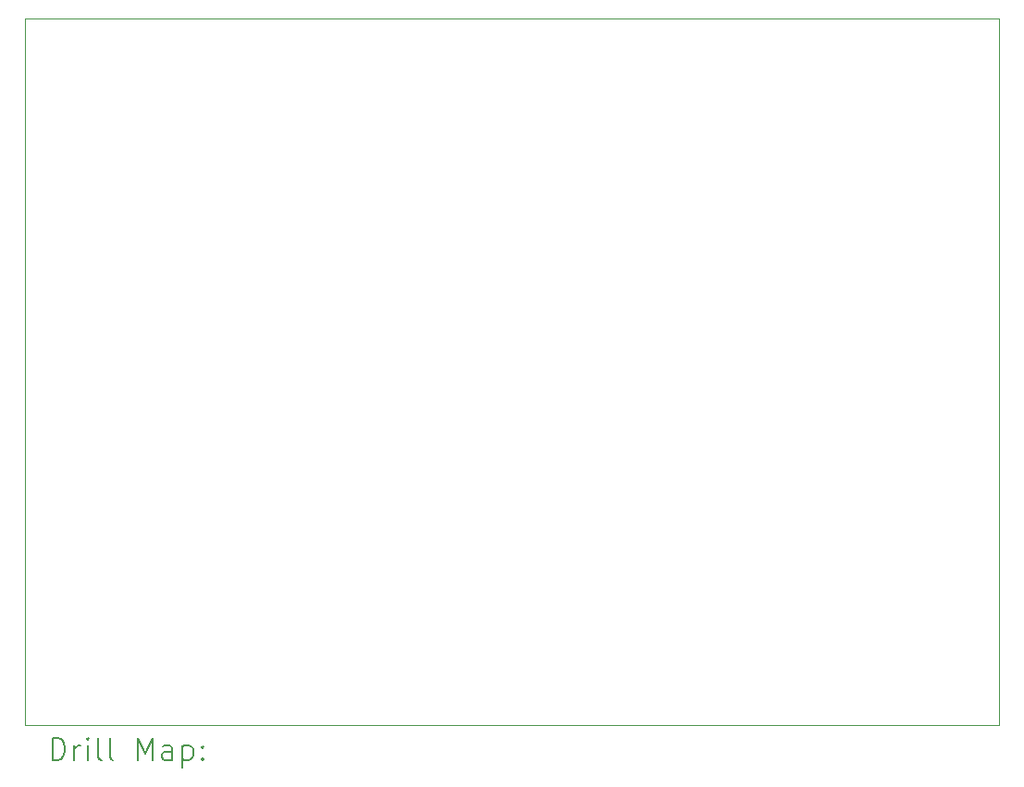
<source format=gbr>
%TF.GenerationSoftware,KiCad,Pcbnew,(6.0.7)*%
%TF.CreationDate,2022-12-05T15:03:54-06:00*%
%TF.ProjectId,oxPSB,6f785053-422e-46b6-9963-61645f706362,rev?*%
%TF.SameCoordinates,Original*%
%TF.FileFunction,Drillmap*%
%TF.FilePolarity,Positive*%
%FSLAX45Y45*%
G04 Gerber Fmt 4.5, Leading zero omitted, Abs format (unit mm)*
G04 Created by KiCad (PCBNEW (6.0.7)) date 2022-12-05 15:03:54*
%MOMM*%
%LPD*%
G01*
G04 APERTURE LIST*
%ADD10C,0.100000*%
%ADD11C,0.200000*%
G04 APERTURE END LIST*
D10*
X3040380Y-4381500D02*
X11958320Y-4381500D01*
X11958320Y-4381500D02*
X11958320Y-10850880D01*
X11958320Y-10850880D02*
X3040380Y-10850880D01*
X3040380Y-10850880D02*
X3040380Y-4381500D01*
D11*
X3292999Y-11166356D02*
X3292999Y-10966356D01*
X3340618Y-10966356D01*
X3369189Y-10975880D01*
X3388237Y-10994928D01*
X3397761Y-11013975D01*
X3407285Y-11052070D01*
X3407285Y-11080642D01*
X3397761Y-11118737D01*
X3388237Y-11137785D01*
X3369189Y-11156832D01*
X3340618Y-11166356D01*
X3292999Y-11166356D01*
X3492999Y-11166356D02*
X3492999Y-11033023D01*
X3492999Y-11071118D02*
X3502523Y-11052070D01*
X3512047Y-11042547D01*
X3531094Y-11033023D01*
X3550142Y-11033023D01*
X3616808Y-11166356D02*
X3616808Y-11033023D01*
X3616808Y-10966356D02*
X3607285Y-10975880D01*
X3616808Y-10985404D01*
X3626332Y-10975880D01*
X3616808Y-10966356D01*
X3616808Y-10985404D01*
X3740618Y-11166356D02*
X3721570Y-11156832D01*
X3712047Y-11137785D01*
X3712047Y-10966356D01*
X3845380Y-11166356D02*
X3826332Y-11156832D01*
X3816808Y-11137785D01*
X3816808Y-10966356D01*
X4073951Y-11166356D02*
X4073951Y-10966356D01*
X4140618Y-11109213D01*
X4207285Y-10966356D01*
X4207285Y-11166356D01*
X4388237Y-11166356D02*
X4388237Y-11061594D01*
X4378713Y-11042547D01*
X4359666Y-11033023D01*
X4321570Y-11033023D01*
X4302523Y-11042547D01*
X4388237Y-11156832D02*
X4369190Y-11166356D01*
X4321570Y-11166356D01*
X4302523Y-11156832D01*
X4292999Y-11137785D01*
X4292999Y-11118737D01*
X4302523Y-11099690D01*
X4321570Y-11090166D01*
X4369190Y-11090166D01*
X4388237Y-11080642D01*
X4483475Y-11033023D02*
X4483475Y-11233023D01*
X4483475Y-11042547D02*
X4502523Y-11033023D01*
X4540618Y-11033023D01*
X4559666Y-11042547D01*
X4569190Y-11052070D01*
X4578713Y-11071118D01*
X4578713Y-11128261D01*
X4569190Y-11147309D01*
X4559666Y-11156832D01*
X4540618Y-11166356D01*
X4502523Y-11166356D01*
X4483475Y-11156832D01*
X4664428Y-11147309D02*
X4673951Y-11156832D01*
X4664428Y-11166356D01*
X4654904Y-11156832D01*
X4664428Y-11147309D01*
X4664428Y-11166356D01*
X4664428Y-11042547D02*
X4673951Y-11052070D01*
X4664428Y-11061594D01*
X4654904Y-11052070D01*
X4664428Y-11042547D01*
X4664428Y-11061594D01*
M02*

</source>
